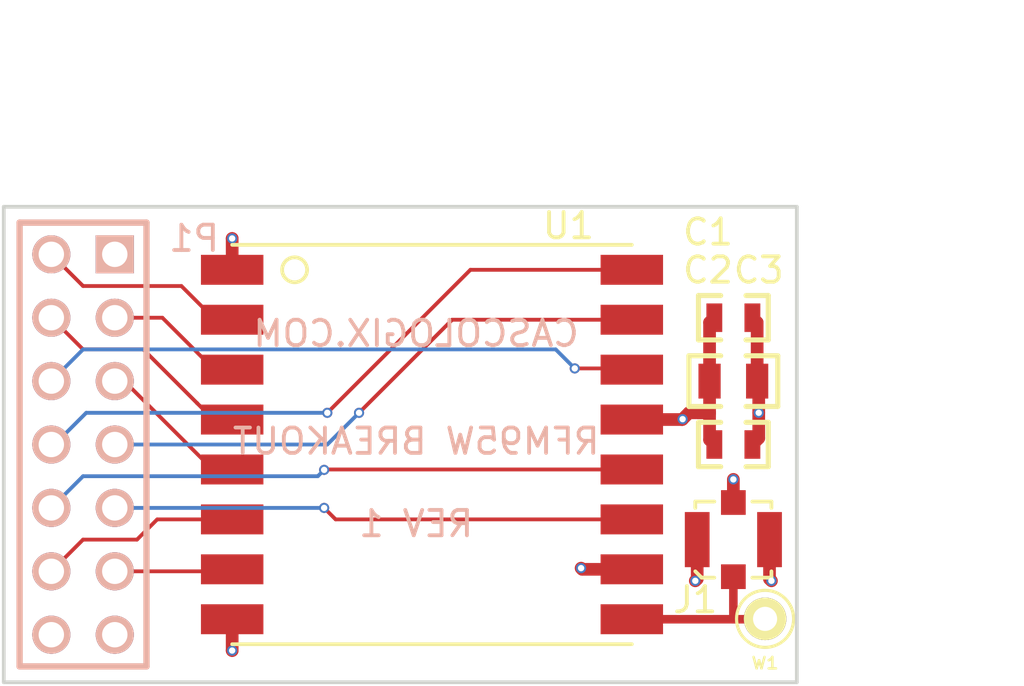
<source format=kicad_pcb>
(kicad_pcb (version 4) (host pcbnew 4.0.0-rc1-stable)

  (general
    (links 27)
    (no_connects 0)
    (area 105.334999 86.284999 137.235001 105.485001)
    (thickness 1.6002)
    (drawings 9)
    (tracks 93)
    (zones 0)
    (modules 7)
    (nets 15)
  )

  (page USLetter)
  (title_block
    (title "LoRa Breakout Module")
    (date 2015-10-11)
    (rev 1.0)
    (company "Casco Logix")
  )

  (layers
    (0 F.Cu signal)
    (1 Gnd.Cu power hide)
    (2 Pwr.Cu power hide)
    (31 B.Cu signal)
    (32 B.Adhes user)
    (33 F.Adhes user)
    (34 B.Paste user)
    (35 F.Paste user)
    (36 B.SilkS user)
    (37 F.SilkS user)
    (38 B.Mask user)
    (39 F.Mask user)
    (40 Dwgs.User user)
    (41 Cmts.User user)
    (42 Eco1.User user)
    (43 Eco2.User user)
    (44 Edge.Cuts user)
    (45 Margin user)
    (46 B.CrtYd user)
    (47 F.CrtYd user)
    (48 B.Fab user)
    (49 F.Fab user)
  )

  (setup
    (last_trace_width 0.1524)
    (user_trace_width 0.3429)
    (trace_clearance 0.1524)
    (zone_clearance 0.2286)
    (zone_45_only no)
    (trace_min 0.1524)
    (segment_width 0.2)
    (edge_width 0.15)
    (via_size 0.4064)
    (via_drill 0.254)
    (via_min_size 0.381)
    (via_min_drill 0.254)
    (uvia_size 0.2032)
    (uvia_drill 0.1016)
    (uvias_allowed no)
    (uvia_min_size 0.2032)
    (uvia_min_drill 0.1016)
    (pcb_text_width 0.3)
    (pcb_text_size 1.5 1.5)
    (mod_edge_width 0.15)
    (mod_text_size 1.016 1.016)
    (mod_text_width 0.1524)
    (pad_size 1.524 1.524)
    (pad_drill 0.762)
    (pad_to_mask_clearance 0.2)
    (aux_axis_origin 0 0)
    (visible_elements 7FFEFFFF)
    (pcbplotparams
      (layerselection 0x0100c_00000000)
      (usegerberextensions false)
      (excludeedgelayer true)
      (linewidth 0.100000)
      (plotframeref false)
      (viasonmask false)
      (mode 1)
      (useauxorigin false)
      (hpglpennumber 1)
      (hpglpenspeed 20)
      (hpglpendiameter 15)
      (hpglpenoverlay 2)
      (psnegative false)
      (psa4output false)
      (plotreference true)
      (plotvalue false)
      (plotinvisibletext false)
      (padsonsilk false)
      (subtractmaskfromsilk false)
      (outputformat 1)
      (mirror false)
      (drillshape 0)
      (scaleselection 1)
      (outputdirectory Z:/Engineering/Projects/LoRa_Breakout/Hardware/EDA/Assembly/))
  )

  (net 0 "")
  (net 1 +3V3)
  (net 2 GND)
  (net 3 "Net-(J1-Pad1)")
  (net 4 RESET)
  (net 5 DIO5)
  (net 6 DIO4)
  (net 7 DIO1)
  (net 8 DIO2)
  (net 9 DIO3)
  (net 10 MISO)
  (net 11 MOSI)
  (net 12 SCK)
  (net 13 CS)
  (net 14 DIO0)

  (net_class Default "This is the default net class."
    (clearance 0.1524)
    (trace_width 0.1524)
    (via_dia 0.4064)
    (via_drill 0.254)
    (uvia_dia 0.2032)
    (uvia_drill 0.1016)
    (add_net CS)
    (add_net DIO0)
    (add_net DIO1)
    (add_net DIO2)
    (add_net DIO3)
    (add_net DIO4)
    (add_net DIO5)
    (add_net MISO)
    (add_net MOSI)
    (add_net "Net-(J1-Pad1)")
    (add_net RESET)
    (add_net SCK)
  )

  (net_class Power ""
    (clearance 0.1524)
    (trace_width 0.508)
    (via_dia 0.4064)
    (via_drill 0.254)
    (uvia_dia 0.2032)
    (uvia_drill 0.1016)
    (add_net +3V3)
    (add_net GND)
  )

  (module Wire_to_Board:WIRE_PAD_22AWG (layer F.Cu) (tedit 561AD419) (tstamp 5606022A)
    (at 135.89 102.87)
    (path /5600D2F3)
    (fp_text reference W1 (at 0 1.778) (layer F.SilkS)
      (effects (font (size 0.4572 0.508) (thickness 0.1016)))
    )
    (fp_text value WIRE_PAD_26AWG (at 0 -1.778) (layer F.SilkS) hide
      (effects (font (size 0.4572 0.508) (thickness 0.1016)))
    )
    (fp_circle (center 0 0) (end 1.143 0) (layer F.SilkS) (width 0.127))
    (pad 1 thru_hole circle (at 0 0) (size 1.7018 1.7018) (drill 0.9652) (layers *.Cu *.Mask F.SilkS)
      (net 3 "Net-(J1-Pad1)"))
  )

  (module RF_Modules:RFM95W (layer F.Cu) (tedit 561AB58F) (tstamp 5605FED5)
    (at 122.555 95.885)
    (path /55FF2CDE)
    (fp_text reference U1 (at 5.461 -8.763) (layer F.SilkS)
      (effects (font (size 1.016 1.016) (thickness 0.1524)))
    )
    (fp_text value RFM95W (at 0 -9) (layer F.Fab) hide
      (effects (font (size 1.016 1.016) (thickness 0.1524)))
    )
    (fp_circle (center -5.5 -7) (end -5.5 -6.5) (layer F.SilkS) (width 0.15))
    (fp_line (start -8 8) (end 8 8) (layer F.SilkS) (width 0.15))
    (fp_line (start -8 -8) (end 8 -8) (layer F.SilkS) (width 0.15))
    (pad 1 smd rect (at -8 -7) (size 2.5 1.2) (layers F.Cu F.Paste F.Mask)
      (net 2 GND))
    (pad 2 smd rect (at -8 -5) (size 2.5 1.2) (layers F.Cu F.Paste F.Mask)
      (net 10 MISO))
    (pad 3 smd rect (at -8 -3) (size 2.5 1.2) (layers F.Cu F.Paste F.Mask)
      (net 11 MOSI))
    (pad 4 smd rect (at -8 -1) (size 2.5 1.2) (layers F.Cu F.Paste F.Mask)
      (net 12 SCK))
    (pad 5 smd rect (at -8 1) (size 2.5 1.2) (layers F.Cu F.Paste F.Mask)
      (net 13 CS))
    (pad 6 smd rect (at -8 3) (size 2.5 1.2) (layers F.Cu F.Paste F.Mask)
      (net 4 RESET))
    (pad 7 smd rect (at -8 5) (size 2.5 1.2) (layers F.Cu F.Paste F.Mask)
      (net 5 DIO5))
    (pad 8 smd rect (at -8 7) (size 2.5 1.2) (layers F.Cu F.Paste F.Mask)
      (net 2 GND))
    (pad 9 smd rect (at 8 7) (size 2.5 1.2) (layers F.Cu F.Paste F.Mask)
      (net 3 "Net-(J1-Pad1)"))
    (pad 10 smd rect (at 8 5) (size 2.5 1.2) (layers F.Cu F.Paste F.Mask)
      (net 2 GND))
    (pad 11 smd rect (at 8 3) (size 2.5 1.2) (layers F.Cu F.Paste F.Mask)
      (net 9 DIO3))
    (pad 12 smd rect (at 8 1) (size 2.5 1.2) (layers F.Cu F.Paste F.Mask)
      (net 6 DIO4))
    (pad 13 smd rect (at 8 -1) (size 2.5 1.2) (layers F.Cu F.Paste F.Mask)
      (net 1 +3V3))
    (pad 14 smd rect (at 8 -3) (size 2.5 1.2) (layers F.Cu F.Paste F.Mask)
      (net 14 DIO0))
    (pad 15 smd rect (at 8 -5) (size 2.5 1.2) (layers F.Cu F.Paste F.Mask)
      (net 7 DIO1))
    (pad 16 smd rect (at 8 -7) (size 2.5 1.2) (layers F.Cu F.Paste F.Mask)
      (net 8 DIO2))
    (model C:/Engineering/KiCAD_Libraries/3D/Modules/VRML/RFM95W.wrl
      (at (xyz 0 0 0))
      (scale (xyz 1 1 1))
      (rotate (xyz 0 0 0))
    )
  )

  (module Passive:C0603 (layer F.Cu) (tedit 560688EE) (tstamp 5605FEA7)
    (at 134.62 95.885)
    (path /5600CBDC)
    (attr smd)
    (fp_text reference C3 (at 1.016 -6.985) (layer F.SilkS)
      (effects (font (size 1.016 1.016) (thickness 0.1524)))
    )
    (fp_text value 0.1u (at 0 1.778) (layer F.SilkS) hide
      (effects (font (size 1.016 1.016) (thickness 0.1524)))
    )
    (fp_line (start 0.508 -0.889) (end 1.397 -0.889) (layer F.SilkS) (width 0.2032))
    (fp_line (start 1.397 -0.889) (end 1.397 0.889) (layer F.SilkS) (width 0.2032))
    (fp_line (start 1.397 0.889) (end 0.508 0.889) (layer F.SilkS) (width 0.2032))
    (fp_line (start -0.508 0.889) (end -1.397 0.889) (layer F.SilkS) (width 0.2032))
    (fp_line (start -0.508 -0.889) (end -1.397 -0.889) (layer F.SilkS) (width 0.2032))
    (fp_line (start -1.397 -0.889) (end -1.397 0.889) (layer F.SilkS) (width 0.2032))
    (pad 1 smd rect (at -0.762 0) (size 0.635 1.143) (layers F.Cu F.Paste F.Mask)
      (net 1 +3V3))
    (pad 2 smd rect (at 0.762 0) (size 0.635 1.143) (layers F.Cu F.Paste F.Mask)
      (net 2 GND))
    (model Z:/Engineering/KiCAD_Libraries/3D/Discrete/Passive/Capacitors/VRML/C0603.wrl
      (at (xyz 0 0 0.005))
      (scale (xyz 1 1 1))
      (rotate (xyz 0 0 0))
    )
  )

  (module C0805 (layer F.Cu) (tedit 5606889F) (tstamp 5605FE9B)
    (at 134.62 93.345)
    (path /5600CB12)
    (attr smd)
    (fp_text reference C1 (at -1.016 -5.969) (layer F.SilkS)
      (effects (font (size 1.016 1.016) (thickness 0.1524)))
    )
    (fp_text value 10u (at 0 2.032) (layer F.SilkS) hide
      (effects (font (size 1.016 1.016) (thickness 0.1524)))
    )
    (fp_line (start 0.508 -1.016) (end 1.778 -1.016) (layer F.SilkS) (width 0.2032))
    (fp_line (start 1.778 -1.016) (end 1.778 1.016) (layer F.SilkS) (width 0.2032))
    (fp_line (start 1.778 1.016) (end 0.508 1.016) (layer F.SilkS) (width 0.2032))
    (fp_line (start -0.508 -1.016) (end -1.778 -1.016) (layer F.SilkS) (width 0.2032))
    (fp_line (start -1.778 -1.016) (end -1.778 1.016) (layer F.SilkS) (width 0.2032))
    (fp_line (start -1.778 1.016) (end -0.508 1.016) (layer F.SilkS) (width 0.2032))
    (pad 1 smd rect (at -0.9525 0) (size 0.889 1.397) (layers F.Cu F.Paste F.Mask)
      (net 1 +3V3))
    (pad 2 smd rect (at 0.9525 0) (size 0.889 1.397) (layers F.Cu F.Paste F.Mask)
      (net 2 GND))
    (model Z:/Engineering/KiCAD_Libraries/3D/Discrete/Passive/Capacitors/VRML/C0805.wrl
      (at (xyz 0 0 0.005))
      (scale (xyz 1 1 1))
      (rotate (xyz 0 0 0))
    )
  )

  (module C0603 (layer F.Cu) (tedit 56060BFA) (tstamp 5605FEA1)
    (at 134.62 90.805)
    (path /5600CA91)
    (attr smd)
    (fp_text reference C2 (at -1.016 -1.905) (layer F.SilkS)
      (effects (font (size 1.016 1.016) (thickness 0.1524)))
    )
    (fp_text value 1u (at 0 1.778) (layer F.SilkS) hide
      (effects (font (size 1.016 1.016) (thickness 0.1524)))
    )
    (fp_line (start 0.508 -0.889) (end 1.397 -0.889) (layer F.SilkS) (width 0.2032))
    (fp_line (start 1.397 -0.889) (end 1.397 0.889) (layer F.SilkS) (width 0.2032))
    (fp_line (start 1.397 0.889) (end 0.508 0.889) (layer F.SilkS) (width 0.2032))
    (fp_line (start -0.508 0.889) (end -1.397 0.889) (layer F.SilkS) (width 0.2032))
    (fp_line (start -0.508 -0.889) (end -1.397 -0.889) (layer F.SilkS) (width 0.2032))
    (fp_line (start -1.397 -0.889) (end -1.397 0.889) (layer F.SilkS) (width 0.2032))
    (pad 1 smd rect (at -0.762 0) (size 0.635 1.143) (layers F.Cu F.Paste F.Mask)
      (net 1 +3V3))
    (pad 2 smd rect (at 0.762 0) (size 0.635 1.143) (layers F.Cu F.Paste F.Mask)
      (net 2 GND))
    (model Z:/Engineering/KiCAD_Libraries/3D/Discrete/Passive/Capacitors/VRML/C0603.wrl
      (at (xyz 0 0 0.005))
      (scale (xyz 1 1 1))
      (rotate (xyz 0 0 0))
    )
  )

  (module HEADER_100MIL_2R14P_PTH (layer B.Cu) (tedit 5606E579) (tstamp 5605FEC1)
    (at 108.585 95.885 270)
    (tags Header)
    (path /5600D096)
    (fp_text reference P1 (at -8.255 -4.445 540) (layer B.SilkS)
      (effects (font (size 1.016 1.016) (thickness 0.1524)) (justify mirror))
    )
    (fp_text value HEADER_2x7 (at 0 3.81 270) (layer B.SilkS) hide
      (effects (font (size 1.016 1.016) (thickness 0.1524)) (justify mirror))
    )
    (fp_line (start -8.89 2.54) (end 8.89 2.54) (layer B.SilkS) (width 0.254))
    (fp_line (start -8.89 -2.54) (end 8.89 -2.54) (layer B.SilkS) (width 0.254))
    (fp_line (start 8.89 2.54) (end 8.89 -2.54) (layer B.SilkS) (width 0.254))
    (fp_line (start -8.89 -2.54) (end -8.89 2.54) (layer B.SilkS) (width 0.254))
    (pad 14 thru_hole circle (at 7.62 1.27 270) (size 1.524 1.524) (drill 1.016) (layers *.Cu *.Mask B.SilkS)
      (net 2 GND))
    (pad 13 thru_hole circle (at 7.62 -1.27 270) (size 1.524 1.524) (drill 1.016) (layers *.Cu *.Mask B.SilkS)
      (net 1 +3V3))
    (pad 12 thru_hole circle (at 5.08 1.27 270) (size 1.524 1.524) (drill 1.016) (layers *.Cu *.Mask B.SilkS)
      (net 4 RESET))
    (pad 11 thru_hole circle (at 5.08 -1.27 270) (size 1.524 1.524) (drill 1.016) (layers *.Cu *.Mask B.SilkS)
      (net 5 DIO5))
    (pad 1 thru_hole rect (at -7.62 -1.27 270) (size 1.524 1.524) (drill 1.016) (layers *.Cu *.Mask B.SilkS)
      (net 2 GND))
    (pad 2 thru_hole circle (at -7.62 1.27 270) (size 1.524 1.524) (drill 1.016) (layers *.Cu *.Mask B.SilkS)
      (net 10 MISO))
    (pad 3 thru_hole circle (at -5.08 -1.27 270) (size 1.524 1.524) (drill 1.016) (layers *.Cu *.Mask B.SilkS)
      (net 11 MOSI))
    (pad 4 thru_hole circle (at -5.08 1.27 270) (size 1.524 1.524) (drill 1.016) (layers *.Cu *.Mask B.SilkS)
      (net 12 SCK))
    (pad 5 thru_hole circle (at -2.54 -1.27 270) (size 1.524 1.524) (drill 1.016) (layers *.Cu *.Mask B.SilkS)
      (net 13 CS))
    (pad 6 thru_hole circle (at -2.54 1.27 270) (size 1.524 1.524) (drill 1.016) (layers *.Cu *.Mask B.SilkS)
      (net 14 DIO0))
    (pad 7 thru_hole circle (at 0 -1.27 270) (size 1.524 1.524) (drill 1.016) (layers *.Cu *.Mask B.SilkS)
      (net 7 DIO1))
    (pad 8 thru_hole circle (at 0 1.27 270) (size 1.524 1.524) (drill 1.016) (layers *.Cu *.Mask B.SilkS)
      (net 8 DIO2))
    (pad 9 thru_hole circle (at 2.54 -1.27 270) (size 1.524 1.524) (drill 1.016) (layers *.Cu *.Mask B.SilkS)
      (net 9 DIO3))
    (pad 10 thru_hole circle (at 2.54 1.27 270) (size 1.524 1.524) (drill 1.016) (layers *.Cu *.Mask B.SilkS)
      (net 6 DIO4))
    (model Z:/Engineering/KiCAD_Libraries/3D/Headers/VRML/HEADER_M_2.54MM_2R14P_0.230H_0.120T_ST_AU_PTH.wrl
      (at (xyz 0 0 0))
      (scale (xyz 1 1 1))
      (rotate (xyz 0 0 0))
    )
  )

  (module U.FL-R-SMT (layer F.Cu) (tedit 56060C36) (tstamp 5605FEAF)
    (at 134.62 99.695)
    (path /560608D5)
    (fp_text reference J1 (at -1.524 2.413) (layer F.SilkS)
      (effects (font (size 1.016 1.016) (thickness 0.1524)))
    )
    (fp_text value u.FL (at 0 3.81) (layer F.Fab) hide
      (effects (font (size 1.016 1.016) (thickness 0.1524)))
    )
    (fp_line (start 1.524 1.27) (end 1.524 1.524) (layer F.SilkS) (width 0.15))
    (fp_line (start -1.524 -1.524) (end -1.524 -1.27) (layer F.SilkS) (width 0.15))
    (fp_line (start 1.524 -1.524) (end 1.524 -1.27) (layer F.SilkS) (width 0.15))
    (fp_line (start -1.27 1.524) (end -0.762 1.524) (layer F.SilkS) (width 0.15))
    (fp_line (start -1.524 1.27) (end -1.27 1.524) (layer F.SilkS) (width 0.15))
    (fp_line (start -1.524 -1.524) (end -0.762 -1.524) (layer F.SilkS) (width 0.15))
    (fp_line (start 0.762 1.524) (end 1.524 1.524) (layer F.SilkS) (width 0.15))
    (fp_line (start 0.762 -1.524) (end 1.524 -1.524) (layer F.SilkS) (width 0.15))
    (pad 1 smd rect (at 0 1.4859) (size 0.9906 0.9906) (layers F.Cu F.Paste F.Mask)
      (net 3 "Net-(J1-Pad1)"))
    (pad 4 smd rect (at 1.4478 0) (size 0.9906 2.2098) (layers F.Cu F.Paste F.Mask)
      (net 2 GND))
    (pad 2 smd rect (at -1.4478 0) (size 0.9906 2.2098) (layers F.Cu F.Paste F.Mask)
      (net 2 GND))
    (pad 3 smd rect (at 0 -1.4859) (size 0.9906 0.9906) (layers F.Cu F.Paste F.Mask)
      (net 2 GND))
    (model C:/Engineering/KiCAD_Libraries/3D/Connectors/RF/VRML/UFL-R-SMD.wrl
      (at (xyz 0 0 0))
      (scale (xyz 1 1 1))
      (rotate (xyz 0 0 0))
    )
  )

  (dimension 19.05 (width 0.3) (layer Dwgs.User)
    (gr_text "0.7500 in" (at 143.59 95.885 270) (layer Dwgs.User)
      (effects (font (size 1.5 1.5) (thickness 0.3)))
    )
    (feature1 (pts (xy 138.43 105.41) (xy 144.94 105.41)))
    (feature2 (pts (xy 138.43 86.36) (xy 144.94 86.36)))
    (crossbar (pts (xy 142.24 86.36) (xy 142.24 105.41)))
    (arrow1a (pts (xy 142.24 105.41) (xy 141.653579 104.283496)))
    (arrow1b (pts (xy 142.24 105.41) (xy 142.826421 104.283496)))
    (arrow2a (pts (xy 142.24 86.36) (xy 141.653579 87.486504)))
    (arrow2b (pts (xy 142.24 86.36) (xy 142.826421 87.486504)))
  )
  (dimension 31.75 (width 0.3) (layer Dwgs.User)
    (gr_text "1.2500 in" (at 121.285 79.93) (layer Dwgs.User)
      (effects (font (size 1.5 1.5) (thickness 0.3)))
    )
    (feature1 (pts (xy 137.16 85.09) (xy 137.16 78.58)))
    (feature2 (pts (xy 105.41 85.09) (xy 105.41 78.58)))
    (crossbar (pts (xy 105.41 81.28) (xy 137.16 81.28)))
    (arrow1a (pts (xy 137.16 81.28) (xy 136.033496 81.866421)))
    (arrow1b (pts (xy 137.16 81.28) (xy 136.033496 80.693579)))
    (arrow2a (pts (xy 105.41 81.28) (xy 106.536504 81.866421)))
    (arrow2b (pts (xy 105.41 81.28) (xy 106.536504 80.693579)))
  )
  (gr_text "REV 1" (at 121.92 99.06) (layer B.SilkS)
    (effects (font (size 1.016 1.016) (thickness 0.1524)) (justify mirror))
  )
  (gr_text "RFM95W BREAKOUT" (at 121.92 95.758) (layer B.SilkS)
    (effects (font (size 1.016 1.016) (thickness 0.1524)) (justify mirror))
  )
  (gr_text CASCOLOGIX.COM (at 121.92 91.44) (layer B.SilkS)
    (effects (font (size 1.016 1.016) (thickness 0.1524)) (justify mirror))
  )
  (gr_line (start 105.41 105.41) (end 105.41 86.36) (angle 90) (layer Edge.Cuts) (width 0.15))
  (gr_line (start 137.16 105.41) (end 105.41 105.41) (angle 90) (layer Edge.Cuts) (width 0.15))
  (gr_line (start 137.16 86.36) (end 137.16 105.41) (angle 90) (layer Edge.Cuts) (width 0.15))
  (gr_line (start 105.41 86.36) (end 137.16 86.36) (angle 90) (layer Edge.Cuts) (width 0.15))

  (segment (start 132.588 94.869) (end 132.842 94.615) (width 0.508) (layer F.Cu) (net 1))
  (segment (start 132.572 94.885) (end 132.588 94.869) (width 0.508) (layer F.Cu) (net 1) (tstamp 56088D8C))
  (via (at 132.588 94.869) (size 0.4064) (drill 0.254) (layers F.Cu B.Cu) (net 1))
  (segment (start 130.555 94.885) (end 132.572 94.885) (width 0.508) (layer F.Cu) (net 1))
  (segment (start 132.842 94.615) (end 133.6675 94.615) (width 0.508) (layer F.Cu) (net 1) (tstamp 56088D99))
  (segment (start 133.6675 93.345) (end 133.477 93.345) (width 0.508) (layer F.Cu) (net 1))
  (segment (start 133.6675 93.345) (end 133.6675 94.615) (width 0.508) (layer F.Cu) (net 1))
  (segment (start 133.6675 94.615) (end 133.6675 95.6945) (width 0.508) (layer F.Cu) (net 1) (tstamp 56088DAF))
  (segment (start 133.6675 95.6945) (end 133.858 95.885) (width 0.508) (layer F.Cu) (net 1) (tstamp 56060754))
  (segment (start 133.858 90.805) (end 133.6675 90.9955) (width 0.508) (layer F.Cu) (net 1))
  (segment (start 133.6675 90.9955) (end 133.6675 93.345) (width 0.508) (layer F.Cu) (net 1) (tstamp 56060750))
  (segment (start 135.636 95.631) (end 135.636 94.615) (width 0.508) (layer F.Cu) (net 2))
  (via (at 135.636 94.615) (size 0.4064) (drill 0.254) (layers F.Cu B.Cu) (net 2))
  (segment (start 135.636 94.615) (end 135.636 93.4085) (width 0.508) (layer F.Cu) (net 2) (tstamp 56088D59))
  (segment (start 135.636 95.631) (end 135.382 95.885) (width 0.508) (layer F.Cu) (net 2) (tstamp 56088D6C))
  (segment (start 135.5725 93.345) (end 135.636 93.4085) (width 0.508) (layer F.Cu) (net 2))
  (segment (start 130.555 100.885) (end 128.571 100.885) (width 0.508) (layer F.Cu) (net 2))
  (via (at 128.524 100.838) (size 0.4064) (drill 0.254) (layers F.Cu B.Cu) (net 2))
  (segment (start 128.571 100.885) (end 128.524 100.838) (width 0.508) (layer F.Cu) (net 2) (tstamp 5606EB99))
  (segment (start 134.62 98.2091) (end 134.62 97.282) (width 0.508) (layer F.Cu) (net 2))
  (via (at 134.62 97.282) (size 0.4064) (drill 0.254) (layers F.Cu B.Cu) (net 2))
  (segment (start 133.1722 99.695) (end 133.1722 101.2698) (width 0.508) (layer F.Cu) (net 2))
  (via (at 133.096 101.346) (size 0.4064) (drill 0.254) (layers F.Cu B.Cu) (net 2))
  (segment (start 133.1722 101.2698) (end 133.096 101.346) (width 0.508) (layer F.Cu) (net 2) (tstamp 5606EB8A))
  (segment (start 136.0678 99.695) (end 136.0678 101.2698) (width 0.508) (layer F.Cu) (net 2))
  (via (at 136.144 101.346) (size 0.4064) (drill 0.254) (layers F.Cu B.Cu) (net 2))
  (segment (start 136.0678 101.2698) (end 136.144 101.346) (width 0.508) (layer F.Cu) (net 2) (tstamp 5606EB83))
  (segment (start 114.555 88.885) (end 114.555 87.631) (width 0.508) (layer F.Cu) (net 2))
  (via (at 114.554 87.63) (size 0.4064) (drill 0.254) (layers F.Cu B.Cu) (net 2))
  (segment (start 114.555 87.631) (end 114.554 87.63) (width 0.508) (layer F.Cu) (net 2) (tstamp 5606E4F9))
  (segment (start 114.555 102.885) (end 114.555 104.139) (width 0.508) (layer F.Cu) (net 2))
  (via (at 114.554 104.14) (size 0.4064) (drill 0.254) (layers F.Cu B.Cu) (net 2))
  (segment (start 114.555 104.139) (end 114.554 104.14) (width 0.508) (layer F.Cu) (net 2) (tstamp 5606E4CA))
  (segment (start 114.555 102.885) (end 114.554 102.87) (width 0.1524) (layer F.Cu) (net 2) (status 80000))
  (segment (start 114.555 88.885) (end 114.554 88.9) (width 0.1524) (layer F.Cu) (net 2) (status 80000))
  (segment (start 135.382 90.805) (end 135.5725 90.9955) (width 0.508) (layer F.Cu) (net 2))
  (segment (start 135.5725 90.9955) (end 135.5725 93.345) (width 0.508) (layer F.Cu) (net 2) (tstamp 5606074B))
  (segment (start 134.62 101.1809) (end 134.62 102.885) (width 0.3429) (layer F.Cu) (net 3))
  (segment (start 134.62 102.885) (end 134.62 102.87) (width 0.1524) (layer F.Cu) (net 3) (tstamp 560607A6))
  (segment (start 134.62 102.87) (end 134.62 102.885) (width 0.1524) (layer F.Cu) (net 3) (tstamp 560607A9))
  (segment (start 130.555 102.885) (end 134.62 102.885) (width 0.3429) (layer F.Cu) (net 3))
  (segment (start 134.62 102.885) (end 135.875 102.885) (width 0.3429) (layer F.Cu) (net 3) (tstamp 560607AA))
  (segment (start 135.875 102.885) (end 135.89 102.87) (width 0.1524) (layer F.Cu) (net 3) (tstamp 560607A1))
  (segment (start 114.555 98.885) (end 111.554 98.885) (width 0.1524) (layer F.Cu) (net 4))
  (segment (start 108.585 99.695) (end 107.315 100.965) (width 0.1524) (layer F.Cu) (net 4) (tstamp 560882BE))
  (segment (start 110.744 99.695) (end 108.585 99.695) (width 0.1524) (layer F.Cu) (net 4) (tstamp 560882BC))
  (segment (start 111.554 98.885) (end 110.744 99.695) (width 0.1524) (layer F.Cu) (net 4) (tstamp 560882B7))
  (segment (start 109.855 100.965) (end 114.475 100.965) (width 0.1524) (layer F.Cu) (net 5))
  (segment (start 114.475 100.965) (end 114.555 100.885) (width 0.1524) (layer F.Cu) (net 5) (tstamp 560882C2))
  (segment (start 130.555 96.885) (end 118.253 96.885) (width 0.1524) (layer F.Cu) (net 6))
  (segment (start 108.585 97.155) (end 107.315 98.425) (width 0.1524) (layer B.Cu) (net 6) (tstamp 5608834C))
  (segment (start 117.983 97.155) (end 108.585 97.155) (width 0.1524) (layer B.Cu) (net 6) (tstamp 56088349))
  (segment (start 118.237 96.901) (end 117.983 97.155) (width 0.1524) (layer B.Cu) (net 6) (tstamp 56088348))
  (via (at 118.237 96.901) (size 0.4064) (drill 0.254) (layers F.Cu B.Cu) (net 6))
  (segment (start 118.253 96.885) (end 118.237 96.901) (width 0.1524) (layer F.Cu) (net 6) (tstamp 5608833B))
  (segment (start 109.855 95.885) (end 118.364 95.885) (width 0.1524) (layer B.Cu) (net 7))
  (segment (start 123.364 90.885) (end 130.555 90.885) (width 0.1524) (layer F.Cu) (net 7) (tstamp 56088336))
  (segment (start 119.634 94.615) (end 123.364 90.885) (width 0.1524) (layer F.Cu) (net 7) (tstamp 56088335))
  (via (at 119.634 94.615) (size 0.4064) (drill 0.254) (layers F.Cu B.Cu) (net 7))
  (segment (start 118.364 95.885) (end 119.634 94.615) (width 0.1524) (layer B.Cu) (net 7) (tstamp 56088328))
  (segment (start 130.555 88.885) (end 124.094 88.885) (width 0.1524) (layer F.Cu) (net 8))
  (segment (start 108.712 94.615) (end 107.442 95.885) (width 0.1524) (layer B.Cu) (net 8) (tstamp 56088323))
  (segment (start 118.364 94.615) (end 108.712 94.615) (width 0.1524) (layer B.Cu) (net 8) (tstamp 56088322))
  (via (at 118.364 94.615) (size 0.4064) (drill 0.254) (layers F.Cu B.Cu) (net 8))
  (segment (start 124.094 88.885) (end 118.364 94.615) (width 0.1524) (layer F.Cu) (net 8) (tstamp 56088308))
  (segment (start 107.442 95.885) (end 107.315 95.885) (width 0.1524) (layer B.Cu) (net 8) (tstamp 56088324))
  (segment (start 109.855 98.425) (end 118.237 98.425) (width 0.1524) (layer B.Cu) (net 9))
  (segment (start 118.697 98.885) (end 130.555 98.885) (width 0.1524) (layer F.Cu) (net 9) (tstamp 56088356))
  (segment (start 118.237 98.425) (end 118.697 98.885) (width 0.1524) (layer F.Cu) (net 9) (tstamp 56088355))
  (via (at 118.237 98.425) (size 0.4064) (drill 0.254) (layers F.Cu B.Cu) (net 9))
  (segment (start 107.315 88.265) (end 108.585 89.535) (width 0.1524) (layer F.Cu) (net 10))
  (segment (start 112.522 89.535) (end 113.872 90.885) (width 0.1524) (layer F.Cu) (net 10) (tstamp 5608824F))
  (segment (start 108.585 89.535) (end 112.522 89.535) (width 0.1524) (layer F.Cu) (net 10) (tstamp 56088244))
  (segment (start 113.872 90.885) (end 114.555 90.885) (width 0.1524) (layer F.Cu) (net 10) (tstamp 56088255))
  (segment (start 109.855 90.805) (end 111.76 90.805) (width 0.1524) (layer F.Cu) (net 11))
  (segment (start 111.76 90.805) (end 113.84 92.885) (width 0.1524) (layer F.Cu) (net 11) (tstamp 560889F0))
  (segment (start 113.84 92.885) (end 114.555 92.885) (width 0.1524) (layer F.Cu) (net 11) (tstamp 56088A00))
  (segment (start 107.315 90.805) (end 108.585 92.075) (width 0.1524) (layer F.Cu) (net 12))
  (segment (start 113.157 94.234) (end 113.808 94.885) (width 0.1524) (layer F.Cu) (net 12) (tstamp 560882EF))
  (segment (start 113.157 94.234) (end 113.157 94.234) (width 0.1524) (layer F.Cu) (net 12) (tstamp 560882EB))
  (segment (start 110.998 92.075) (end 113.157 94.234) (width 0.1524) (layer F.Cu) (net 12) (tstamp 560882E6))
  (segment (start 108.585 92.075) (end 110.998 92.075) (width 0.1524) (layer F.Cu) (net 12) (tstamp 560882E4))
  (segment (start 113.808 94.885) (end 114.555 94.885) (width 0.1524) (layer F.Cu) (net 12) (tstamp 560882F2))
  (segment (start 109.855 93.345) (end 110.236 93.345) (width 0.1524) (layer F.Cu) (net 13))
  (segment (start 110.236 93.345) (end 113.776 96.885) (width 0.1524) (layer F.Cu) (net 13) (tstamp 56088A3B))
  (segment (start 113.776 96.885) (end 114.555 96.885) (width 0.1524) (layer F.Cu) (net 13) (tstamp 56088A40))
  (segment (start 113.903 96.885) (end 114.555 96.885) (width 0.1524) (layer F.Cu) (net 13) (tstamp 5608829C))
  (segment (start 107.315 93.345) (end 108.585 92.075) (width 0.1524) (layer B.Cu) (net 14))
  (segment (start 128.27 92.837) (end 130.507 92.837) (width 0.1524) (layer F.Cu) (net 14) (tstamp 5608836A))
  (via (at 128.27 92.837) (size 0.4064) (drill 0.254) (layers F.Cu B.Cu) (net 14))
  (segment (start 127.508 92.075) (end 128.27 92.837) (width 0.1524) (layer B.Cu) (net 14) (tstamp 56088363))
  (segment (start 108.585 92.075) (end 127.508 92.075) (width 0.1524) (layer B.Cu) (net 14) (tstamp 5608835F))
  (segment (start 130.507 92.837) (end 130.555 92.885) (width 0.1524) (layer F.Cu) (net 14) (tstamp 5608836B))

  (zone (net 2) (net_name GND) (layer Gnd.Cu) (tstamp 560604A5) (hatch edge 0.508)
    (connect_pads (clearance 0.2286))
    (min_thickness 0.254)
    (fill yes (arc_segments 16) (thermal_gap 0.508) (thermal_bridge_width 0.508))
    (polygon
      (pts
        (xy 137.16 105.41) (xy 105.41 105.41) (xy 105.41 86.36) (xy 137.16 86.36) (xy 137.16 105.41)
      )
    )
    (filled_polygon
      (pts
        (xy 136.7294 102.473759) (xy 136.676415 102.345526) (xy 136.415846 102.084501) (xy 136.075221 101.943061) (xy 135.706397 101.942739)
        (xy 135.365526 102.083585) (xy 135.104501 102.344154) (xy 134.963061 102.684779) (xy 134.962739 103.053603) (xy 135.103585 103.394474)
        (xy 135.364154 103.655499) (xy 135.704779 103.796939) (xy 136.073603 103.797261) (xy 136.414474 103.656415) (xy 136.675499 103.395846)
        (xy 136.7294 103.266038) (xy 136.7294 104.9794) (xy 105.8406 104.9794) (xy 105.8406 104.485213) (xy 106.514392 104.485213)
        (xy 106.583857 104.727397) (xy 107.107302 104.914144) (xy 107.662368 104.886362) (xy 108.046143 104.727397) (xy 108.115608 104.485213)
        (xy 107.315 103.684605) (xy 106.514392 104.485213) (xy 105.8406 104.485213) (xy 105.8406 103.297302) (xy 105.905856 103.297302)
        (xy 105.933638 103.852368) (xy 106.092603 104.236143) (xy 106.334787 104.305608) (xy 107.135395 103.505) (xy 107.494605 103.505)
        (xy 108.295213 104.305608) (xy 108.537397 104.236143) (xy 108.71928 103.726329) (xy 108.737207 103.726329) (xy 108.906992 104.137242)
        (xy 109.221104 104.451903) (xy 109.63172 104.622406) (xy 110.076329 104.622793) (xy 110.487242 104.453008) (xy 110.801903 104.138896)
        (xy 110.972406 103.72828) (xy 110.972793 103.283671) (xy 110.803008 102.872758) (xy 110.488896 102.558097) (xy 110.07828 102.387594)
        (xy 109.633671 102.387207) (xy 109.222758 102.556992) (xy 108.908097 102.871104) (xy 108.737594 103.28172) (xy 108.737207 103.726329)
        (xy 108.71928 103.726329) (xy 108.724144 103.712698) (xy 108.696362 103.157632) (xy 108.537397 102.773857) (xy 108.295213 102.704392)
        (xy 107.494605 103.505) (xy 107.135395 103.505) (xy 106.334787 102.704392) (xy 106.092603 102.773857) (xy 105.905856 103.297302)
        (xy 105.8406 103.297302) (xy 105.8406 102.524787) (xy 106.514392 102.524787) (xy 107.315 103.325395) (xy 108.115608 102.524787)
        (xy 108.046143 102.282603) (xy 107.522698 102.095856) (xy 106.967632 102.123638) (xy 106.583857 102.282603) (xy 106.514392 102.524787)
        (xy 105.8406 102.524787) (xy 105.8406 101.186329) (xy 106.197207 101.186329) (xy 106.366992 101.597242) (xy 106.681104 101.911903)
        (xy 107.09172 102.082406) (xy 107.536329 102.082793) (xy 107.947242 101.913008) (xy 108.261903 101.598896) (xy 108.432406 101.18828)
        (xy 108.432407 101.186329) (xy 108.737207 101.186329) (xy 108.906992 101.597242) (xy 109.221104 101.911903) (xy 109.63172 102.082406)
        (xy 110.076329 102.082793) (xy 110.487242 101.913008) (xy 110.801903 101.598896) (xy 110.972406 101.18828) (xy 110.972793 100.743671)
        (xy 110.803008 100.332758) (xy 110.488896 100.018097) (xy 110.07828 99.847594) (xy 109.633671 99.847207) (xy 109.222758 100.016992)
        (xy 108.908097 100.331104) (xy 108.737594 100.74172) (xy 108.737207 101.186329) (xy 108.432407 101.186329) (xy 108.432793 100.743671)
        (xy 108.263008 100.332758) (xy 107.948896 100.018097) (xy 107.53828 99.847594) (xy 107.093671 99.847207) (xy 106.682758 100.016992)
        (xy 106.368097 100.331104) (xy 106.197594 100.74172) (xy 106.197207 101.186329) (xy 105.8406 101.186329) (xy 105.8406 98.646329)
        (xy 106.197207 98.646329) (xy 106.366992 99.057242) (xy 106.681104 99.371903) (xy 107.09172 99.542406) (xy 107.536329 99.542793)
        (xy 107.947242 99.373008) (xy 108.261903 99.058896) (xy 108.432406 98.64828) (xy 108.432407 98.646329) (xy 108.737207 98.646329)
        (xy 108.906992 99.057242) (xy 109.221104 99.371903) (xy 109.63172 99.542406) (xy 110.076329 99.542793) (xy 110.487242 99.373008)
        (xy 110.801903 99.058896) (xy 110.972406 98.64828) (xy 110.972504 98.535665) (xy 117.678103 98.535665) (xy 117.762996 98.741122)
        (xy 117.920052 98.898452) (xy 118.12536 98.983703) (xy 118.347665 98.983897) (xy 118.553122 98.899004) (xy 118.710452 98.741948)
        (xy 118.795703 98.53664) (xy 118.795897 98.314335) (xy 118.711004 98.108878) (xy 118.553948 97.951548) (xy 118.34864 97.866297)
        (xy 118.126335 97.866103) (xy 117.920878 97.950996) (xy 117.763548 98.108052) (xy 117.678297 98.31336) (xy 117.678103 98.535665)
        (xy 110.972504 98.535665) (xy 110.972793 98.203671) (xy 110.803008 97.792758) (xy 110.488896 97.478097) (xy 110.07828 97.307594)
        (xy 109.633671 97.307207) (xy 109.222758 97.476992) (xy 108.908097 97.791104) (xy 108.737594 98.20172) (xy 108.737207 98.646329)
        (xy 108.432407 98.646329) (xy 108.432793 98.203671) (xy 108.263008 97.792758) (xy 107.948896 97.478097) (xy 107.53828 97.307594)
        (xy 107.093671 97.307207) (xy 106.682758 97.476992) (xy 106.368097 97.791104) (xy 106.197594 98.20172) (xy 106.197207 98.646329)
        (xy 105.8406 98.646329) (xy 105.8406 97.011665) (xy 117.678103 97.011665) (xy 117.762996 97.217122) (xy 117.920052 97.374452)
        (xy 118.12536 97.459703) (xy 118.347665 97.459897) (xy 118.553122 97.375004) (xy 118.710452 97.217948) (xy 118.795703 97.01264)
        (xy 118.795897 96.790335) (xy 118.711004 96.584878) (xy 118.553948 96.427548) (xy 118.34864 96.342297) (xy 118.126335 96.342103)
        (xy 117.920878 96.426996) (xy 117.763548 96.584052) (xy 117.678297 96.78936) (xy 117.678103 97.011665) (xy 105.8406 97.011665)
        (xy 105.8406 96.106329) (xy 106.197207 96.106329) (xy 106.366992 96.517242) (xy 106.681104 96.831903) (xy 107.09172 97.002406)
        (xy 107.536329 97.002793) (xy 107.947242 96.833008) (xy 108.261903 96.518896) (xy 108.432406 96.10828) (xy 108.432407 96.106329)
        (xy 108.737207 96.106329) (xy 108.906992 96.517242) (xy 109.221104 96.831903) (xy 109.63172 97.002406) (xy 110.076329 97.002793)
        (xy 110.487242 96.833008) (xy 110.801903 96.518896) (xy 110.972406 96.10828) (xy 110.972793 95.663671) (xy 110.803008 95.252758)
        (xy 110.488896 94.938097) (xy 110.07828 94.767594) (xy 109.633671 94.767207) (xy 109.222758 94.936992) (xy 108.908097 95.251104)
        (xy 108.737594 95.66172) (xy 108.737207 96.106329) (xy 108.432407 96.106329) (xy 108.432793 95.663671) (xy 108.263008 95.252758)
        (xy 107.948896 94.938097) (xy 107.53828 94.767594) (xy 107.093671 94.767207) (xy 106.682758 94.936992) (xy 106.368097 95.251104)
        (xy 106.197594 95.66172) (xy 106.197207 96.106329) (xy 105.8406 96.106329) (xy 105.8406 94.725665) (xy 117.805103 94.725665)
        (xy 117.889996 94.931122) (xy 118.047052 95.088452) (xy 118.25236 95.173703) (xy 118.474665 95.173897) (xy 118.680122 95.089004)
        (xy 118.837452 94.931948) (xy 118.922703 94.72664) (xy 118.922703 94.725665) (xy 119.075103 94.725665) (xy 119.159996 94.931122)
        (xy 119.317052 95.088452) (xy 119.52236 95.173703) (xy 119.744665 95.173897) (xy 119.950122 95.089004) (xy 120.059651 94.979665)
        (xy 132.029103 94.979665) (xy 132.113996 95.185122) (xy 132.271052 95.342452) (xy 132.47636 95.427703) (xy 132.698665 95.427897)
        (xy 132.904122 95.343004) (xy 133.061452 95.185948) (xy 133.146703 94.98064) (xy 133.146897 94.758335) (xy 133.062004 94.552878)
        (xy 132.904948 94.395548) (xy 132.69964 94.310297) (xy 132.477335 94.310103) (xy 132.271878 94.394996) (xy 132.114548 94.552052)
        (xy 132.029297 94.75736) (xy 132.029103 94.979665) (xy 120.059651 94.979665) (xy 120.107452 94.931948) (xy 120.192703 94.72664)
        (xy 120.192897 94.504335) (xy 120.108004 94.298878) (xy 119.950948 94.141548) (xy 119.74564 94.056297) (xy 119.523335 94.056103)
        (xy 119.317878 94.140996) (xy 119.160548 94.298052) (xy 119.075297 94.50336) (xy 119.075103 94.725665) (xy 118.922703 94.725665)
        (xy 118.922897 94.504335) (xy 118.838004 94.298878) (xy 118.680948 94.141548) (xy 118.47564 94.056297) (xy 118.253335 94.056103)
        (xy 118.047878 94.140996) (xy 117.890548 94.298052) (xy 117.805297 94.50336) (xy 117.805103 94.725665) (xy 105.8406 94.725665)
        (xy 105.8406 93.566329) (xy 106.197207 93.566329) (xy 106.366992 93.977242) (xy 106.681104 94.291903) (xy 107.09172 94.462406)
        (xy 107.536329 94.462793) (xy 107.947242 94.293008) (xy 108.261903 93.978896) (xy 108.432406 93.56828) (xy 108.432407 93.566329)
        (xy 108.737207 93.566329) (xy 108.906992 93.977242) (xy 109.221104 94.291903) (xy 109.63172 94.462406) (xy 110.076329 94.462793)
        (xy 110.487242 94.293008) (xy 110.801903 93.978896) (xy 110.972406 93.56828) (xy 110.972793 93.123671) (xy 110.90007 92.947665)
        (xy 127.711103 92.947665) (xy 127.795996 93.153122) (xy 127.953052 93.310452) (xy 128.15836 93.395703) (xy 128.380665 93.395897)
        (xy 128.586122 93.311004) (xy 128.743452 93.153948) (xy 128.828703 92.94864) (xy 128.828897 92.726335) (xy 128.744004 92.520878)
        (xy 128.586948 92.363548) (xy 128.38164 92.278297) (xy 128.159335 92.278103) (xy 127.953878 92.362996) (xy 127.796548 92.520052)
        (xy 127.711297 92.72536) (xy 127.711103 92.947665) (xy 110.90007 92.947665) (xy 110.803008 92.712758) (xy 110.488896 92.398097)
        (xy 110.07828 92.227594) (xy 109.633671 92.227207) (xy 109.222758 92.396992) (xy 108.908097 92.711104) (xy 108.737594 93.12172)
        (xy 108.737207 93.566329) (xy 108.432407 93.566329) (xy 108.432793 93.123671) (xy 108.263008 92.712758) (xy 107.948896 92.398097)
        (xy 107.53828 92.227594) (xy 107.093671 92.227207) (xy 106.682758 92.396992) (xy 106.368097 92.711104) (xy 106.197594 93.12172)
        (xy 106.197207 93.566329) (xy 105.8406 93.566329) (xy 105.8406 91.026329) (xy 106.197207 91.026329) (xy 106.366992 91.437242)
        (xy 106.681104 91.751903) (xy 107.09172 91.922406) (xy 107.536329 91.922793) (xy 107.947242 91.753008) (xy 108.261903 91.438896)
        (xy 108.432406 91.02828) (xy 108.432407 91.026329) (xy 108.737207 91.026329) (xy 108.906992 91.437242) (xy 109.221104 91.751903)
        (xy 109.63172 91.922406) (xy 110.076329 91.922793) (xy 110.487242 91.753008) (xy 110.801903 91.438896) (xy 110.972406 91.02828)
        (xy 110.972793 90.583671) (xy 110.803008 90.172758) (xy 110.488896 89.858097) (xy 110.07828 89.687594) (xy 109.633671 89.687207)
        (xy 109.222758 89.856992) (xy 108.908097 90.171104) (xy 108.737594 90.58172) (xy 108.737207 91.026329) (xy 108.432407 91.026329)
        (xy 108.432793 90.583671) (xy 108.263008 90.172758) (xy 107.948896 89.858097) (xy 107.53828 89.687594) (xy 107.093671 89.687207)
        (xy 106.682758 89.856992) (xy 106.368097 90.171104) (xy 106.197594 90.58172) (xy 106.197207 91.026329) (xy 105.8406 91.026329)
        (xy 105.8406 88.486329) (xy 106.197207 88.486329) (xy 106.366992 88.897242) (xy 106.681104 89.211903) (xy 107.09172 89.382406)
        (xy 107.536329 89.382793) (xy 107.947242 89.213008) (xy 108.261903 88.898896) (xy 108.406466 88.55075) (xy 108.458 88.55075)
        (xy 108.458 89.153309) (xy 108.554673 89.386698) (xy 108.733301 89.565327) (xy 108.96669 89.662) (xy 109.56925 89.662)
        (xy 109.728 89.50325) (xy 109.728 88.392) (xy 109.982 88.392) (xy 109.982 89.50325) (xy 110.14075 89.662)
        (xy 110.74331 89.662) (xy 110.976699 89.565327) (xy 111.155327 89.386698) (xy 111.252 89.153309) (xy 111.252 88.55075)
        (xy 111.09325 88.392) (xy 109.982 88.392) (xy 109.728 88.392) (xy 108.61675 88.392) (xy 108.458 88.55075)
        (xy 108.406466 88.55075) (xy 108.432406 88.48828) (xy 108.432793 88.043671) (xy 108.263008 87.632758) (xy 108.007388 87.376691)
        (xy 108.458 87.376691) (xy 108.458 87.97925) (xy 108.61675 88.138) (xy 109.728 88.138) (xy 109.728 87.02675)
        (xy 109.982 87.02675) (xy 109.982 88.138) (xy 111.09325 88.138) (xy 111.252 87.97925) (xy 111.252 87.376691)
        (xy 111.155327 87.143302) (xy 110.976699 86.964673) (xy 110.74331 86.868) (xy 110.14075 86.868) (xy 109.982 87.02675)
        (xy 109.728 87.02675) (xy 109.56925 86.868) (xy 108.96669 86.868) (xy 108.733301 86.964673) (xy 108.554673 87.143302)
        (xy 108.458 87.376691) (xy 108.007388 87.376691) (xy 107.948896 87.318097) (xy 107.53828 87.147594) (xy 107.093671 87.147207)
        (xy 106.682758 87.316992) (xy 106.368097 87.631104) (xy 106.197594 88.04172) (xy 106.197207 88.486329) (xy 105.8406 88.486329)
        (xy 105.8406 86.7906) (xy 136.7294 86.7906)
      )
    )
  )
  (zone (net 1) (net_name +3V3) (layer Pwr.Cu) (tstamp 560604CD) (hatch edge 0.508)
    (connect_pads (clearance 0.2286))
    (min_thickness 0.254)
    (fill yes (arc_segments 16) (thermal_gap 0.508) (thermal_bridge_width 0.508))
    (polygon
      (pts
        (xy 137.16 105.41) (xy 105.41 105.41) (xy 105.41 86.36) (xy 137.16 86.36) (xy 137.16 105.41)
      )
    )
    (filled_polygon
      (pts
        (xy 136.7294 102.473759) (xy 136.676415 102.345526) (xy 136.415846 102.084501) (xy 136.075221 101.943061) (xy 135.706397 101.942739)
        (xy 135.365526 102.083585) (xy 135.104501 102.344154) (xy 134.963061 102.684779) (xy 134.962739 103.053603) (xy 135.103585 103.394474)
        (xy 135.364154 103.655499) (xy 135.704779 103.796939) (xy 136.073603 103.797261) (xy 136.414474 103.656415) (xy 136.675499 103.395846)
        (xy 136.7294 103.266038) (xy 136.7294 104.9794) (xy 105.8406 104.9794) (xy 105.8406 103.726329) (xy 106.197207 103.726329)
        (xy 106.366992 104.137242) (xy 106.681104 104.451903) (xy 107.09172 104.622406) (xy 107.536329 104.622793) (xy 107.869299 104.485213)
        (xy 109.054392 104.485213) (xy 109.123857 104.727397) (xy 109.647302 104.914144) (xy 110.202368 104.886362) (xy 110.586143 104.727397)
        (xy 110.655608 104.485213) (xy 109.855 103.684605) (xy 109.054392 104.485213) (xy 107.869299 104.485213) (xy 107.947242 104.453008)
        (xy 108.261903 104.138896) (xy 108.432406 103.72828) (xy 108.432781 103.297302) (xy 108.445856 103.297302) (xy 108.473638 103.852368)
        (xy 108.632603 104.236143) (xy 108.874787 104.305608) (xy 109.675395 103.505) (xy 110.034605 103.505) (xy 110.835213 104.305608)
        (xy 111.026767 104.250665) (xy 113.995103 104.250665) (xy 114.079996 104.456122) (xy 114.237052 104.613452) (xy 114.44236 104.698703)
        (xy 114.664665 104.698897) (xy 114.870122 104.614004) (xy 115.027452 104.456948) (xy 115.112703 104.25164) (xy 115.112897 104.029335)
        (xy 115.028004 103.823878) (xy 114.870948 103.666548) (xy 114.66564 103.581297) (xy 114.443335 103.581103) (xy 114.237878 103.665996)
        (xy 114.080548 103.823052) (xy 113.995297 104.02836) (xy 113.995103 104.250665) (xy 111.026767 104.250665) (xy 111.077397 104.236143)
        (xy 111.264144 103.712698) (xy 111.236362 103.157632) (xy 111.077397 102.773857) (xy 110.835213 102.704392) (xy 110.034605 103.505)
        (xy 109.675395 103.505) (xy 108.874787 102.704392) (xy 108.632603 102.773857) (xy 108.445856 103.297302) (xy 108.432781 103.297302)
        (xy 108.432793 103.283671) (xy 108.263008 102.872758) (xy 107.948896 102.558097) (xy 107.868677 102.524787) (xy 109.054392 102.524787)
        (xy 109.855 103.325395) (xy 110.655608 102.524787) (xy 110.586143 102.282603) (xy 110.062698 102.095856) (xy 109.507632 102.123638)
        (xy 109.123857 102.282603) (xy 109.054392 102.524787) (xy 107.868677 102.524787) (xy 107.53828 102.387594) (xy 107.093671 102.387207)
        (xy 106.682758 102.556992) (xy 106.368097 102.871104) (xy 106.197594 103.28172) (xy 106.197207 103.726329) (xy 105.8406 103.726329)
        (xy 105.8406 101.186329) (xy 106.197207 101.186329) (xy 106.366992 101.597242) (xy 106.681104 101.911903) (xy 107.09172 102.082406)
        (xy 107.536329 102.082793) (xy 107.947242 101.913008) (xy 108.261903 101.598896) (xy 108.432406 101.18828) (xy 108.432407 101.186329)
        (xy 108.737207 101.186329) (xy 108.906992 101.597242) (xy 109.221104 101.911903) (xy 109.63172 102.082406) (xy 110.076329 102.082793)
        (xy 110.487242 101.913008) (xy 110.801903 101.598896) (xy 110.860962 101.456665) (xy 132.537103 101.456665) (xy 132.621996 101.662122)
        (xy 132.779052 101.819452) (xy 132.98436 101.904703) (xy 133.206665 101.904897) (xy 133.412122 101.820004) (xy 133.569452 101.662948)
        (xy 133.654703 101.45764) (xy 133.654703 101.456665) (xy 135.585103 101.456665) (xy 135.669996 101.662122) (xy 135.827052 101.819452)
        (xy 136.03236 101.904703) (xy 136.254665 101.904897) (xy 136.460122 101.820004) (xy 136.617452 101.662948) (xy 136.702703 101.45764)
        (xy 136.702897 101.235335) (xy 136.618004 101.029878) (xy 136.460948 100.872548) (xy 136.25564 100.787297) (xy 136.033335 100.787103)
        (xy 135.827878 100.871996) (xy 135.670548 101.029052) (xy 135.585297 101.23436) (xy 135.585103 101.456665) (xy 133.654703 101.456665)
        (xy 133.654897 101.235335) (xy 133.570004 101.029878) (xy 133.412948 100.872548) (xy 133.20764 100.787297) (xy 132.985335 100.787103)
        (xy 132.779878 100.871996) (xy 132.622548 101.029052) (xy 132.537297 101.23436) (xy 132.537103 101.456665) (xy 110.860962 101.456665)
        (xy 110.972406 101.18828) (xy 110.972614 100.948665) (xy 127.965103 100.948665) (xy 128.049996 101.154122) (xy 128.207052 101.311452)
        (xy 128.41236 101.396703) (xy 128.634665 101.396897) (xy 128.840122 101.312004) (xy 128.997452 101.154948) (xy 129.082703 100.94964)
        (xy 129.082897 100.727335) (xy 128.998004 100.521878) (xy 128.840948 100.364548) (xy 128.63564 100.279297) (xy 128.413335 100.279103)
        (xy 128.207878 100.363996) (xy 128.050548 100.521052) (xy 127.965297 100.72636) (xy 127.965103 100.948665) (xy 110.972614 100.948665)
        (xy 110.972793 100.743671) (xy 110.803008 100.332758) (xy 110.488896 100.018097) (xy 110.07828 99.847594) (xy 109.633671 99.847207)
        (xy 109.222758 100.016992) (xy 108.908097 100.331104) (xy 108.737594 100.74172) (xy 108.737207 101.186329) (xy 108.432407 101.186329)
        (xy 108.432793 100.743671) (xy 108.263008 100.332758) (xy 107.948896 100.018097) (xy 107.53828 99.847594) (xy 107.093671 99.847207)
        (xy 106.682758 100.016992) (xy 106.368097 100.331104) (xy 106.197594 100.74172) (xy 106.197207 101.186329) (xy 105.8406 101.186329)
        (xy 105.8406 98.646329) (xy 106.197207 98.646329) (xy 106.366992 99.057242) (xy 106.681104 99.371903) (xy 107.09172 99.542406)
        (xy 107.536329 99.542793) (xy 107.947242 99.373008) (xy 108.261903 99.058896) (xy 108.432406 98.64828) (xy 108.432407 98.646329)
        (xy 108.737207 98.646329) (xy 108.906992 99.057242) (xy 109.221104 99.371903) (xy 109.63172 99.542406) (xy 110.076329 99.542793)
        (xy 110.487242 99.373008) (xy 110.801903 99.058896) (xy 110.972406 98.64828) (xy 110.972504 98.535665) (xy 117.678103 98.535665)
        (xy 117.762996 98.741122) (xy 117.920052 98.898452) (xy 118.12536 98.983703) (xy 118.347665 98.983897) (xy 118.553122 98.899004)
        (xy 118.710452 98.741948) (xy 118.795703 98.53664) (xy 118.795897 98.314335) (xy 118.711004 98.108878) (xy 118.553948 97.951548)
        (xy 118.34864 97.866297) (xy 118.126335 97.866103) (xy 117.920878 97.950996) (xy 117.763548 98.108052) (xy 117.678297 98.31336)
        (xy 117.678103 98.535665) (xy 110.972504 98.535665) (xy 110.972793 98.203671) (xy 110.803008 97.792758) (xy 110.488896 97.478097)
        (xy 110.07828 97.307594) (xy 109.633671 97.307207) (xy 109.222758 97.476992) (xy 108.908097 97.791104) (xy 108.737594 98.20172)
        (xy 108.737207 98.646329) (xy 108.432407 98.646329) (xy 108.432793 98.203671) (xy 108.263008 97.792758) (xy 107.948896 97.478097)
        (xy 107.53828 97.307594) (xy 107.093671 97.307207) (xy 106.682758 97.476992) (xy 106.368097 97.791104) (xy 106.197594 98.20172)
        (xy 106.197207 98.646329) (xy 105.8406 98.646329) (xy 105.8406 97.011665) (xy 117.678103 97.011665) (xy 117.762996 97.217122)
        (xy 117.920052 97.374452) (xy 118.12536 97.459703) (xy 118.347665 97.459897) (xy 118.510379 97.392665) (xy 134.061103 97.392665)
        (xy 134.145996 97.598122) (xy 134.303052 97.755452) (xy 134.50836 97.840703) (xy 134.730665 97.840897) (xy 134.936122 97.756004)
        (xy 135.093452 97.598948) (xy 135.178703 97.39364) (xy 135.178897 97.171335) (xy 135.094004 96.965878) (xy 134.936948 96.808548)
        (xy 134.73164 96.723297) (xy 134.509335 96.723103) (xy 134.303878 96.807996) (xy 134.146548 96.965052) (xy 134.061297 97.17036)
        (xy 134.061103 97.392665) (xy 118.510379 97.392665) (xy 118.553122 97.375004) (xy 118.710452 97.217948) (xy 118.795703 97.01264)
        (xy 118.795897 96.790335) (xy 118.711004 96.584878) (xy 118.553948 96.427548) (xy 118.34864 96.342297) (xy 118.126335 96.342103)
        (xy 117.920878 96.426996) (xy 117.763548 96.584052) (xy 117.678297 96.78936) (xy 117.678103 97.011665) (xy 105.8406 97.011665)
        (xy 105.8406 96.106329) (xy 106.197207 96.106329) (xy 106.366992 96.517242) (xy 106.681104 96.831903) (xy 107.09172 97.002406)
        (xy 107.536329 97.002793) (xy 107.947242 96.833008) (xy 108.261903 96.518896) (xy 108.432406 96.10828) (xy 108.432407 96.106329)
        (xy 108.737207 96.106329) (xy 108.906992 96.517242) (xy 109.221104 96.831903) (xy 109.63172 97.002406) (xy 110.076329 97.002793)
        (xy 110.487242 96.833008) (xy 110.801903 96.518896) (xy 110.972406 96.10828) (xy 110.972793 95.663671) (xy 110.803008 95.252758)
        (xy 110.488896 94.938097) (xy 110.07828 94.767594) (xy 109.633671 94.767207) (xy 109.222758 94.936992) (xy 108.908097 95.251104)
        (xy 108.737594 95.66172) (xy 108.737207 96.106329) (xy 108.432407 96.106329) (xy 108.432793 95.663671) (xy 108.263008 95.252758)
        (xy 107.948896 94.938097) (xy 107.53828 94.767594) (xy 107.093671 94.767207) (xy 106.682758 94.936992) (xy 106.368097 95.251104)
        (xy 106.197594 95.66172) (xy 106.197207 96.106329) (xy 105.8406 96.106329) (xy 105.8406 94.725665) (xy 117.805103 94.725665)
        (xy 117.889996 94.931122) (xy 118.047052 95.088452) (xy 118.25236 95.173703) (xy 118.474665 95.173897) (xy 118.680122 95.089004)
        (xy 118.837452 94.931948) (xy 118.922703 94.72664) (xy 118.922703 94.725665) (xy 119.075103 94.725665) (xy 119.159996 94.931122)
        (xy 119.317052 95.088452) (xy 119.52236 95.173703) (xy 119.744665 95.173897) (xy 119.950122 95.089004) (xy 120.107452 94.931948)
        (xy 120.192703 94.72664) (xy 120.192703 94.725665) (xy 135.077103 94.725665) (xy 135.161996 94.931122) (xy 135.319052 95.088452)
        (xy 135.52436 95.173703) (xy 135.746665 95.173897) (xy 135.952122 95.089004) (xy 136.109452 94.931948) (xy 136.194703 94.72664)
        (xy 136.194897 94.504335) (xy 136.110004 94.298878) (xy 135.952948 94.141548) (xy 135.74764 94.056297) (xy 135.525335 94.056103)
        (xy 135.319878 94.140996) (xy 135.162548 94.298052) (xy 135.077297 94.50336) (xy 135.077103 94.725665) (xy 120.192703 94.725665)
        (xy 120.192897 94.504335) (xy 120.108004 94.298878) (xy 119.950948 94.141548) (xy 119.74564 94.056297) (xy 119.523335 94.056103)
        (xy 119.317878 94.140996) (xy 119.160548 94.298052) (xy 119.075297 94.50336) (xy 119.075103 94.725665) (xy 118.922703 94.725665)
        (xy 118.922897 94.504335) (xy 118.838004 94.298878) (xy 118.680948 94.141548) (xy 118.47564 94.056297) (xy 118.253335 94.056103)
        (xy 118.047878 94.140996) (xy 117.890548 94.298052) (xy 117.805297 94.50336) (xy 117.805103 94.725665) (xy 105.8406 94.725665)
        (xy 105.8406 93.566329) (xy 106.197207 93.566329) (xy 106.366992 93.977242) (xy 106.681104 94.291903) (xy 107.09172 94.462406)
        (xy 107.536329 94.462793) (xy 107.947242 94.293008) (xy 108.261903 93.978896) (xy 108.432406 93.56828) (xy 108.432407 93.566329)
        (xy 108.737207 93.566329) (xy 108.906992 93.977242) (xy 109.221104 94.291903) (xy 109.63172 94.462406) (xy 110.076329 94.462793)
        (xy 110.487242 94.293008) (xy 110.801903 93.978896) (xy 110.972406 93.56828) (xy 110.972793 93.123671) (xy 110.90007 92.947665)
        (xy 127.711103 92.947665) (xy 127.795996 93.153122) (xy 127.953052 93.310452) (xy 128.15836 93.395703) (xy 128.380665 93.395897)
        (xy 128.586122 93.311004) (xy 128.743452 93.153948) (xy 128.828703 92.94864) (xy 128.828897 92.726335) (xy 128.744004 92.520878)
        (xy 128.586948 92.363548) (xy 128.38164 92.278297) (xy 128.159335 92.278103) (xy 127.953878 92.362996) (xy 127.796548 92.520052)
        (xy 127.711297 92.72536) (xy 127.711103 92.947665) (xy 110.90007 92.947665) (xy 110.803008 92.712758) (xy 110.488896 92.398097)
        (xy 110.07828 92.227594) (xy 109.633671 92.227207) (xy 109.222758 92.396992) (xy 108.908097 92.711104) (xy 108.737594 93.12172)
        (xy 108.737207 93.566329) (xy 108.432407 93.566329) (xy 108.432793 93.123671) (xy 108.263008 92.712758) (xy 107.948896 92.398097)
        (xy 107.53828 92.227594) (xy 107.093671 92.227207) (xy 106.682758 92.396992) (xy 106.368097 92.711104) (xy 106.197594 93.12172)
        (xy 106.197207 93.566329) (xy 105.8406 93.566329) (xy 105.8406 91.026329) (xy 106.197207 91.026329) (xy 106.366992 91.437242)
        (xy 106.681104 91.751903) (xy 107.09172 91.922406) (xy 107.536329 91.922793) (xy 107.947242 91.753008) (xy 108.261903 91.438896)
        (xy 108.432406 91.02828) (xy 108.432407 91.026329) (xy 108.737207 91.026329) (xy 108.906992 91.437242) (xy 109.221104 91.751903)
        (xy 109.63172 91.922406) (xy 110.076329 91.922793) (xy 110.487242 91.753008) (xy 110.801903 91.438896) (xy 110.972406 91.02828)
        (xy 110.972793 90.583671) (xy 110.803008 90.172758) (xy 110.488896 89.858097) (xy 110.07828 89.687594) (xy 109.633671 89.687207)
        (xy 109.222758 89.856992) (xy 108.908097 90.171104) (xy 108.737594 90.58172) (xy 108.737207 91.026329) (xy 108.432407 91.026329)
        (xy 108.432793 90.583671) (xy 108.263008 90.172758) (xy 107.948896 89.858097) (xy 107.53828 89.687594) (xy 107.093671 89.687207)
        (xy 106.682758 89.856992) (xy 106.368097 90.171104) (xy 106.197594 90.58172) (xy 106.197207 91.026329) (xy 105.8406 91.026329)
        (xy 105.8406 88.486329) (xy 106.197207 88.486329) (xy 106.366992 88.897242) (xy 106.681104 89.211903) (xy 107.09172 89.382406)
        (xy 107.536329 89.382793) (xy 107.947242 89.213008) (xy 108.261903 88.898896) (xy 108.432406 88.48828) (xy 108.432793 88.043671)
        (xy 108.263008 87.632758) (xy 108.133477 87.503) (xy 108.730434 87.503) (xy 108.730434 89.027) (xy 108.75523 89.158777)
        (xy 108.83311 89.279807) (xy 108.951942 89.361001) (xy 109.093 89.389566) (xy 110.617 89.389566) (xy 110.748777 89.36477)
        (xy 110.869807 89.28689) (xy 110.951001 89.168058) (xy 110.979566 89.027) (xy 110.979566 87.740665) (xy 113.995103 87.740665)
        (xy 114.079996 87.946122) (xy 114.237052 88.103452) (xy 114.44236 88.188703) (xy 114.664665 88.188897) (xy 114.870122 88.104004)
        (xy 115.027452 87.946948) (xy 115.112703 87.74164) (xy 115.112897 87.519335) (xy 115.028004 87.313878) (xy 114.870948 87.156548)
        (xy 114.66564 87.071297) (xy 114.443335 87.071103) (xy 114.237878 87.155996) (xy 114.080548 87.313052) (xy 113.995297 87.51836)
        (xy 113.995103 87.740665) (xy 110.979566 87.740665) (xy 110.979566 87.503) (xy 110.95477 87.371223) (xy 110.87689 87.250193)
        (xy 110.758058 87.168999) (xy 110.617 87.140434) (xy 109.093 87.140434) (xy 108.961223 87.16523) (xy 108.840193 87.24311)
        (xy 108.758999 87.361942) (xy 108.730434 87.503) (xy 108.133477 87.503) (xy 107.948896 87.318097) (xy 107.53828 87.147594)
        (xy 107.093671 87.147207) (xy 106.682758 87.316992) (xy 106.368097 87.631104) (xy 106.197594 88.04172) (xy 106.197207 88.486329)
        (xy 105.8406 88.486329) (xy 105.8406 86.7906) (xy 136.7294 86.7906)
      )
    )
  )
)

</source>
